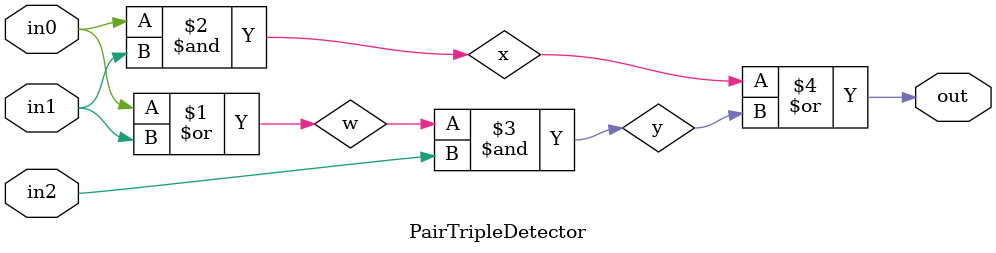
<source format=v>

module PairTripleDetector
(
  input  wire in0,
  input  wire in1,
  input  wire in2,
  output wire out
);

  // '''''''''''''''''''''''''''''''''''''''''''''''''''''''''''''''''''''
  // Discussion Section Task
  // '''''''''''''''''''''''''''''''''''''''''''''''''''''''''''''''''''''
  // Implement a pair/triple detector using explicit gate-level modeling.

wire w;
wire y;
wire x;

or(w, in0, in1);
and(x, in0, in1);
and(y, w, in2);
or(out, x, y);

endmodule


</source>
